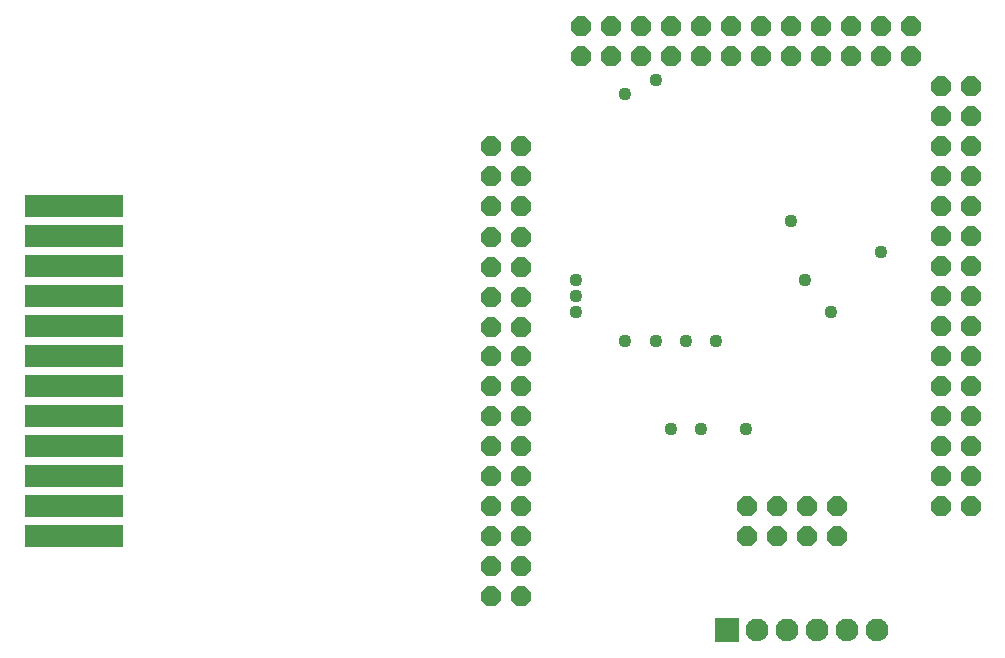
<source format=gbr>
G04 EAGLE Gerber RS-274X export*
G75*
%MOMM*%
%FSLAX34Y34*%
%LPD*%
%INSoldermask Top*%
%IPPOS*%
%AMOC8*
5,1,8,0,0,1.08239X$1,22.5*%
G01*
%ADD10P,1.814519X8X202.500000*%
%ADD11R,8.407400X1.930400*%
%ADD12P,1.814519X8X112.500000*%
%ADD13P,1.814519X8X292.500000*%
%ADD14P,1.814519X8X22.500000*%
%ADD15R,2.082800X2.082800*%
%ADD16C,1.930400*%
%ADD17C,1.108000*%


D10*
X699770Y101600D03*
X699770Y127000D03*
X674370Y101600D03*
X674370Y127000D03*
X648970Y101600D03*
X648970Y127000D03*
X623570Y101600D03*
X623570Y127000D03*
D11*
X53340Y101600D03*
X53340Y127000D03*
X53340Y152400D03*
X53340Y177800D03*
X53340Y203200D03*
X53340Y228600D03*
X53340Y254000D03*
X53340Y279400D03*
X53340Y304800D03*
X53340Y330200D03*
X53340Y355600D03*
X53340Y381000D03*
D12*
X812800Y127000D03*
X787400Y127000D03*
X812800Y152400D03*
X787400Y152400D03*
X812800Y177800D03*
X787400Y177800D03*
X812800Y203200D03*
X787400Y203200D03*
X812800Y228600D03*
X787400Y228600D03*
X812800Y254000D03*
X787400Y254000D03*
X812800Y279400D03*
X787400Y279400D03*
X812800Y304800D03*
X787400Y304800D03*
D10*
X685800Y533400D03*
X685800Y508000D03*
X660400Y533400D03*
X660400Y508000D03*
X635000Y533400D03*
X635000Y508000D03*
X609600Y533400D03*
X609600Y508000D03*
X584200Y533400D03*
X584200Y508000D03*
X558800Y533400D03*
X558800Y508000D03*
X533400Y533400D03*
X533400Y508000D03*
X508000Y533400D03*
X508000Y508000D03*
X482600Y533400D03*
X482600Y508000D03*
D13*
X406400Y254000D03*
X431800Y254000D03*
X406400Y228600D03*
X431800Y228600D03*
X406400Y203200D03*
X431800Y203200D03*
X406400Y177800D03*
X431800Y177800D03*
X406400Y431800D03*
X431800Y431800D03*
X406400Y406400D03*
X431800Y406400D03*
X406400Y381000D03*
X431800Y381000D03*
X406400Y76200D03*
X431800Y76200D03*
X406400Y50800D03*
X431800Y50800D03*
X406400Y152400D03*
X431800Y152400D03*
X406400Y127000D03*
X431800Y127000D03*
X406400Y101600D03*
X431800Y101600D03*
X406400Y355092D03*
X431800Y355092D03*
X406400Y329692D03*
X431800Y329692D03*
X406400Y304292D03*
X431800Y304292D03*
X406400Y278892D03*
X431800Y278892D03*
D14*
X711200Y508000D03*
X711200Y533400D03*
X736600Y508000D03*
X736600Y533400D03*
X762000Y508000D03*
X762000Y533400D03*
D13*
X787400Y482600D03*
X812800Y482600D03*
X787400Y457200D03*
X812800Y457200D03*
X787400Y431800D03*
X812800Y431800D03*
X787400Y406400D03*
X812800Y406400D03*
X787400Y381000D03*
X812800Y381000D03*
X787400Y355600D03*
X812800Y355600D03*
X787400Y330200D03*
X812800Y330200D03*
D15*
X606500Y22400D03*
D16*
X631900Y22400D03*
X657300Y22400D03*
X682700Y22400D03*
X708100Y22400D03*
X733500Y22400D03*
D17*
X622300Y192532D03*
X584200Y192532D03*
X596900Y266700D03*
X558800Y192532D03*
X571500Y266700D03*
X478536Y292031D03*
X694720Y292031D03*
X478536Y305308D03*
X478536Y318516D03*
X672620Y318516D03*
X660908Y368808D03*
X736537Y342322D03*
X520192Y266954D03*
X520192Y476640D03*
X546273Y488340D03*
X546100Y266700D03*
M02*

</source>
